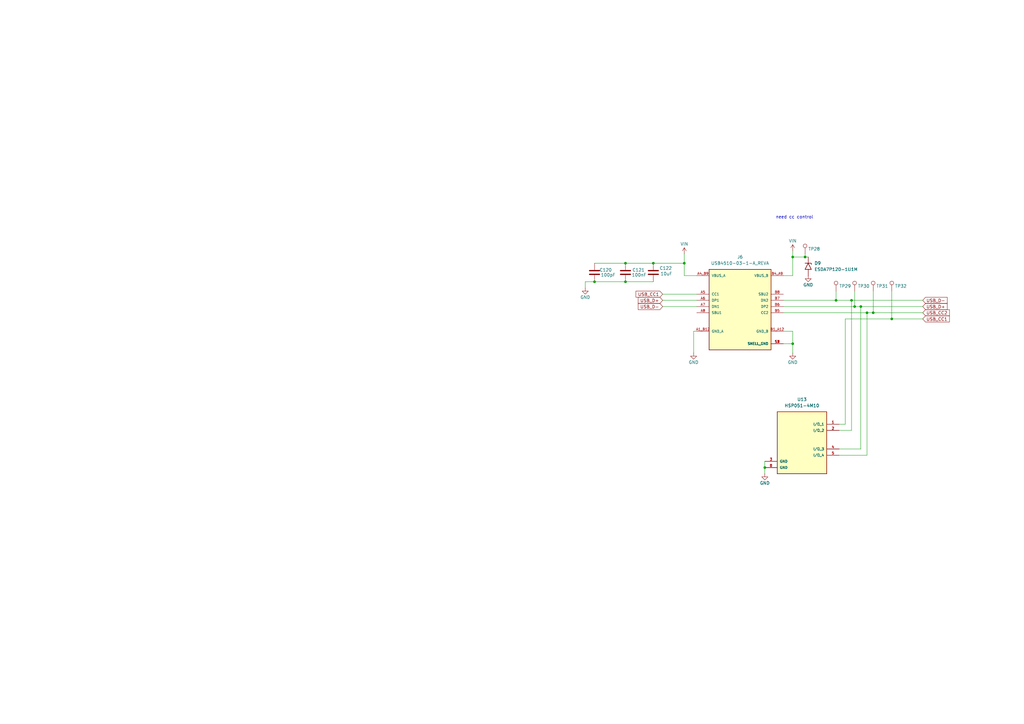
<source format=kicad_sch>
(kicad_sch (version 20250114) (generator "eeschema") (generator_version "9.0")
  (paper "A3")
  (lib_symbols
    (symbol "Connector:TestPoint" (pin_numbers (hide yes)) (pin_names (offset 0.762) (hide yes))
      (property "Reference" "TP" (at 0 6.858 0))
      (property "Value" "TestPoint" (at 0 5.08 0))
      (symbol "TestPoint_0_1"
        (circle (center 0 3.302) (radius 0.762))
      )
      (symbol "TestPoint_1_1"
        (pin passive line (at 0 0 90) (length 2.54) (name "1") (number "1"))
      )
    )
    (symbol "Device:C" (pin_numbers (hide yes)) (pin_names (offset 0.254))
      (property "Reference" "C" (at 0.635 2.54 0))
      (property "Value" "C" (at 0.635 -2.54 0))
      (symbol "C_0_1"
        (polyline (pts (xy -2.032 0.762) (xy 2.032 0.762)) (stroke (width 0.508)))
        (polyline (pts (xy -2.032 -0.762) (xy 2.032 -0.762)) (stroke (width 0.508)))
      )
      (symbol "C_1_1"
        (pin passive line (at 0 3.81 270) (length 2.794) (name "~") (number "1"))
        (pin passive line (at 0 -3.81 90) (length 2.794) (name "~") (number "2"))
      )
    )
    (symbol "Diode:SMAJ5.0A" (pin_numbers (hide yes)) (pin_names (offset 1.016) (hide yes))
      (property "Reference" "D" (at 0 2.54 0))
      (property "Value" "SMAJ5.0A" (at 0 -2.54 0))
      (symbol "SMAJ5.0A_0_1"
        (polyline (pts (xy -0.762 1.27) (xy -1.27 1.27) (xy -1.27 -1.27)) (stroke (width 0.254)))
        (polyline (pts (xy 1.27 1.27) (xy 1.27 -1.27) (xy -1.27 0) (xy 1.27 1.27)) (stroke (width 0.254)))
      )
      (symbol "SMAJ5.0A_1_1"
        (pin passive line (at -3.81 0 0) (length 2.54) (name "A1") (number "1"))
        (pin passive line (at 3.81 0 180) (length 2.54) (name "A2") (number "2"))
      )
    )
    (symbol "HSP051-4M10:HSP051-4M10" (pin_names (offset 1.016))
      (property "Reference" "U4" (at 0 17.78 0))
      (property "Value" "HSP051-4M10" (at 0 15.24 0))
      (symbol "HSP051-4M10_0_0"
        (rectangle (start -10.16 -12.7) (end 10.16 12.7) (stroke (width 0.254)) (fill (type background)))
        (pin passive line (at -15.24 7.62 0) (length 5.08) (name "I/O_1") (number "1"))
        (pin passive line (at -15.24 5.08 0) (length 5.08) (name "I/O_2") (number "2"))
        (pin passive line (at -15.24 -2.54 0) (length 5.08) (name "I/O_3") (number "4"))
        (pin passive line (at -15.24 -5.08 0) (length 5.08) (name "I/O_4") (number "5"))
        (pin power_in line (at 15.24 -7.62 180) (length 5.08) (name "GND") (number "3"))
        (pin power_in line (at 15.24 -10.16 180) (length 5.08) (name "GND") (number "8"))
      )
      (symbol "HSP051-4M10_1_0"
        (pin passive line (at -15.24 7.62 0) (length 5.08) (hide yes) (name "NC") (number "10"))
        (pin passive line (at -15.24 5.08 0) (length 5.08) (hide yes) (name "NC") (number "9"))
        (pin passive line (at -15.24 -2.54 0) (length 5.08) (hide yes) (name "NC") (number "7"))
        (pin passive line (at -15.24 -5.08 0) (length 5.08) (hide yes) (name "NC") (number "6"))
      )
    )
    (symbol "USB4510-03-1-A_REVA:USB4510-03-1-A_REVA" (pin_names (offset 1.016))
      (property "Reference" "J" (at -12.7 16.002 0))
      (property "Value" "USB4510-03-1-A_REVA" (at -12.7 -18.542 0))
      (symbol "USB4510-03-1-A_REVA_0_0"
        (rectangle (start -12.7 -17.78) (end 12.7 15.24) (stroke (width 0.254)) (fill (type background)))
        (pin power_in line (at -17.78 12.7 0) (length 5.08) (name "VBUS_A") (number "A4_B9"))
        (pin bidirectional line (at -17.78 5.08 0) (length 5.08) (name "CC1") (number "A5"))
        (pin bidirectional line (at -17.78 2.54 0) (length 5.08) (name "DP1") (number "A6"))
        (pin bidirectional line (at -17.78 0 0) (length 5.08) (name "DN1") (number "A7"))
        (pin bidirectional line (at -17.78 -2.54 0) (length 5.08) (name "SBU1") (number "A8"))
        (pin power_in line (at -17.78 -10.16 0) (length 5.08) (name "GND_A") (number "A1_B12"))
        (pin power_in line (at 17.78 12.7 180) (length 5.08) (name "VBUS_B") (number "B4_A9"))
        (pin bidirectional line (at 17.78 5.08 180) (length 5.08) (name "SBU2") (number "B8"))
        (pin bidirectional line (at 17.78 2.54 180) (length 5.08) (name "DN2") (number "B7"))
        (pin bidirectional line (at 17.78 0 180) (length 5.08) (name "DP2") (number "B6"))
        (pin bidirectional line (at 17.78 -2.54 180) (length 5.08) (name "CC2") (number "B5"))
        (pin power_in line (at 17.78 -10.16 180) (length 5.08) (name "GND_B") (number "B1_A12"))
        (pin power_in line (at 17.78 -15.24 180) (length 5.08) (name "SHELL_GND") (number "S1"))
        (pin power_in line (at 17.78 -15.24 180) (length 5.08) (name "SHELL_GND") (number "S2"))
        (pin power_in line (at 17.78 -15.24 180) (length 5.08) (name "SHELL_GND") (number "S3"))
        (pin power_in line (at 17.78 -15.24 180) (length 5.08) (name "SHELL_GND") (number "S4"))
      )
    )
    (symbol "power:+5VA" (power) (pin_numbers (hide yes)) (pin_names (offset 0) (hide yes))
      (property "Value" "+5VA" (at 0 3.556 0))
      (symbol "+5VA_0_1"
        (polyline (pts (xy -0.762 1.27) (xy 0 2.54)))
        (polyline (pts (xy 0 2.54) (xy 0.762 1.27)))
        (polyline (pts (xy 0 0) (xy 0 2.54)))
      )
      (symbol "+5VA_1_1"
        (pin power_in line (at 0 0 90) (length 0) (name "~") (number "1"))
      )
    )
    (symbol "power:GND" (power) (pin_numbers (hide yes)) (pin_names (offset 0) (hide yes))
      (property "Value" "GND" (at 0 -3.81 0))
      (symbol "GND_0_1"
        (polyline (pts (xy 0 0) (xy 0 -1.27) (xy 1.27 -1.27) (xy 0 -2.54) (xy -1.27 -1.27) (xy 0 -1.27)))
      )
      (symbol "GND_1_1"
        (pin power_in line (at 0 0 270) (length 0) (name "~") (number "1"))
      )
    )
  )
  (text "need cc control\n" (at 325.882 89.154 0) (effects (font (size 1.27 1.27))))
  (junction (at 342.9 123.19))
  (junction (at 365.76 130.81))
  (junction (at 243.84 115.57))
  (junction (at 280.67 107.95))
  (junction (at 353.06 125.73))
  (junction (at 349.25 123.19))
  (junction (at 256.54 115.57))
  (junction (at 358.14 128.27))
  (junction (at 256.54 107.95))
  (junction (at 355.6 128.27))
  (junction (at 350.52 125.73))
  (junction (at 330.2 105.41))
  (junction (at 325.12 140.97))
  (junction (at 267.97 107.95))
  (junction (at 325.12 105.41))
  (junction (at 313.69 191.77))
  (wire (pts (xy 280.67 113.03) (xy 285.75 113.03)))
  (wire (pts (xy 321.31 128.27) (xy 355.6 128.27)))
  (wire (pts (xy 346.71 173.99) (xy 346.71 130.81)))
  (wire (pts (xy 313.69 189.23) (xy 313.69 191.77)))
  (wire (pts (xy 365.76 130.81) (xy 378.46 130.81)))
  (wire (pts (xy 378.46 123.19) (xy 349.25 123.19)))
  (wire (pts (xy 321.31 140.97) (xy 325.12 140.97)))
  (wire (pts (xy 353.06 125.73) (xy 353.06 184.15)))
  (wire (pts (xy 344.17 184.15) (xy 353.06 184.15)))
  (wire (pts (xy 355.6 128.27) (xy 358.14 128.27)))
  (wire (pts (xy 344.17 176.53) (xy 349.25 176.53)))
  (wire (pts (xy 353.06 125.73) (xy 378.46 125.73)))
  (wire (pts (xy 342.9 123.19) (xy 349.25 123.19)))
  (wire (pts (xy 256.54 107.95) (xy 267.97 107.95)))
  (wire (pts (xy 355.6 128.27) (xy 355.6 186.69)))
  (wire (pts (xy 342.9 119.38) (xy 342.9 123.19)))
  (wire (pts (xy 321.31 113.03) (xy 325.12 113.03)))
  (wire (pts (xy 321.31 123.19) (xy 342.9 123.19)))
  (wire (pts (xy 271.78 125.73) (xy 285.75 125.73)))
  (wire (pts (xy 330.2 104.14) (xy 330.2 105.41)))
  (wire (pts (xy 243.84 115.57) (xy 256.54 115.57)))
  (wire (pts (xy 358.14 119.38) (xy 358.14 128.27)))
  (wire (pts (xy 280.67 104.14) (xy 280.67 107.95)))
  (wire (pts (xy 325.12 144.78) (xy 325.12 140.97)))
  (wire (pts (xy 321.31 135.89) (xy 325.12 135.89)))
  (wire (pts (xy 240.03 115.57) (xy 243.84 115.57)))
  (wire (pts (xy 271.78 120.65) (xy 285.75 120.65)))
  (wire (pts (xy 243.84 107.95) (xy 256.54 107.95)))
  (wire (pts (xy 350.52 119.38) (xy 350.52 125.73)))
  (wire (pts (xy 267.97 107.95) (xy 280.67 107.95)))
  (wire (pts (xy 344.17 173.99) (xy 346.71 173.99)))
  (wire (pts (xy 284.48 135.89) (xy 285.75 135.89)))
  (wire (pts (xy 349.25 123.19) (xy 349.25 176.53)))
  (wire (pts (xy 365.76 119.38) (xy 365.76 130.81)))
  (wire (pts (xy 346.71 130.81) (xy 365.76 130.81)))
  (wire (pts (xy 256.54 115.57) (xy 267.97 115.57)))
  (wire (pts (xy 330.2 105.41) (xy 331.47 105.41)))
  (wire (pts (xy 325.12 105.41) (xy 325.12 113.03)))
  (wire (pts (xy 378.46 128.27) (xy 358.14 128.27)))
  (wire (pts (xy 240.03 118.11) (xy 240.03 115.57)))
  (wire (pts (xy 325.12 105.41) (xy 330.2 105.41)))
  (wire (pts (xy 284.48 135.89) (xy 284.48 144.78)))
  (wire (pts (xy 271.78 123.19) (xy 285.75 123.19)))
  (wire (pts (xy 325.12 102.87) (xy 325.12 105.41)))
  (wire (pts (xy 321.31 125.73) (xy 350.52 125.73)))
  (wire (pts (xy 325.12 140.97) (xy 325.12 135.89)))
  (wire (pts (xy 313.69 191.77) (xy 313.69 194.31)))
  (wire (pts (xy 344.17 186.69) (xy 355.6 186.69)))
  (wire (pts (xy 350.52 125.73) (xy 353.06 125.73)))
  (wire (pts (xy 280.67 107.95) (xy 280.67 113.03)))
  (global_label "USB_D+" (shape input) (at 271.78 123.19 180) (property "Intersheetrefs" "${INTERSHEET_REFS}" (effects (hide yes))))
  (global_label "USB_D+" (shape input) (at 378.46 125.73 0) (property "Intersheetrefs" "${INTERSHEET_REFS}" (effects (hide yes))))
  (global_label "USB_D-" (shape input) (at 378.46 123.19 0) (property "Intersheetrefs" "${INTERSHEET_REFS}" (effects (hide yes))))
  (global_label "USB_CC1" (shape input) (at 378.46 130.81 0) (property "Intersheetrefs" "${INTERSHEET_REFS}" (effects (hide yes))))
  (global_label "USB_CC1" (shape input) (at 271.78 120.65 180) (property "Intersheetrefs" "${INTERSHEET_REFS}" (effects (hide yes))))
  (global_label "USB_CC2" (shape input) (at 378.46 128.27 0) (property "Intersheetrefs" "${INTERSHEET_REFS}" (effects (hide yes))))
  (global_label "USB_D-" (shape input) (at 271.78 125.73 180) (property "Intersheetrefs" "${INTERSHEET_REFS}" (effects (hide yes))))
  (symbol (lib_id "power:GND") (at 331.47 113.03 0) (unit 1)
    (property "Reference" "#PWR0166" (effects (hide yes)))
    (property "Value" "GND" (at 331.47 116.84 0))
    (property "Description" "Power symbol creates a global label with name \"GND\" , ground" (effects (hide yes)))
  )
  (symbol (lib_id "Connector:TestPoint") (at 358.14 119.38 0) (unit 1)
    (property "Reference" "TP31" (at 359.41 117.348 0) (effects (justify left)))
    (property "Value" "TestPoint" (effects (hide yes)))
    (property "Footprint" "lib:TP_0.5" (effects (hide yes)))
    (property "Description" "test point" (effects (hide yes)))
  )
  (symbol (lib_id "USB4510-03-1-A_REVA:USB4510-03-1-A_REVA") (at 303.53 125.73 0) (unit 1)
    (property "Reference" "J6" (at 303.53 105.41 0))
    (property "Value" "USB4510-03-1-A_REVA" (at 303.53 107.95 0))
    (property "Footprint" "lib:GCT_USB4510-03-1-A_REVA" (effects (hide yes)))
    (property "MF" "Global Connector Technology" (effects (hide yes)))
    (property "MAXIMUM_PACKAGE_HEIGHT" "2.46mm" (effects (hide yes)))
    (property "Package" "None" (effects (hide yes)))
    (property "Price" "None" (effects (hide yes)))
    (property "Check_prices" "https://www.snapeda.com/parts/USB4510031A/Global+Connector+Technology/view-part/?ref=eda" (effects (hide yes)))
    (property "STANDARD" "Manufacturer Recommendations" (effects (hide yes)))
    (property "PARTREV" "A" (effects (hide yes)))
    (property "SnapEDA_Link" "https://www.snapeda.com/parts/USB4510031A/Global+Connector+Technology/view-part/?ref=snap" (effects (hide yes)))
    (property "MP" "USB4510031A" (effects (hide yes)))
    (property "Description_1" "USB CONN, 2.0 TYPE C, R/A RCPT, 16POS; USB Connector Type:USB Type C; USB Standard:USB 2.0; Gender:Receptacle; No. of Positions:16Positions; Connector Mounting:Surface Mount, Through Hole Mount; Orientation:Right Angle" (effects (hide yes)))
    (property "Availability" "In Stock" (effects (hide yes)))
    (property "MANUFACTURER" "GCT" (effects (hide yes)))
  )
  (symbol (lib_id "Device:C") (at 267.97 111.76 180) (unit 1)
    (property "Reference" "C122" (at 273.05 109.982 0))
    (property "Value" "10uF" (at 273.304 112.268 0))
    (property "Footprint" "Capacitor_SMD:C_0603_1608Metric" (effects (hide yes)))
    (property "Description" "Unpolarized capacitor" (effects (hide yes)))
    (property "P/N" "GRT188R61A106KE13D" (effects (hide yes)))
    (property "Mouser P/N" "81-GRT188R61A106KE3D" (effects (hide yes)))
  )
  (symbol (lib_id "Connector:TestPoint") (at 342.9 119.38 0) (unit 1)
    (property "Reference" "TP29" (at 344.17 117.348 0) (effects (justify left)))
    (property "Value" "TestPoint" (effects (hide yes)))
    (property "Footprint" "lib:TP_0.5" (effects (hide yes)))
    (property "Description" "test point" (effects (hide yes)))
  )
  (symbol (lib_id "Connector:TestPoint") (at 350.52 119.38 0) (unit 1)
    (property "Reference" "TP30" (at 351.79 117.348 0) (effects (justify left)))
    (property "Value" "TestPoint" (effects (hide yes)))
    (property "Footprint" "lib:TP_0.5" (effects (hide yes)))
    (property "Description" "test point" (effects (hide yes)))
  )
  (symbol (lib_id "Connector:TestPoint") (at 365.76 119.38 0) (unit 1)
    (property "Reference" "TP32" (at 367.03 117.348 0) (effects (justify left)))
    (property "Value" "TestPoint" (effects (hide yes)))
    (property "Footprint" "lib:TP_0.5" (effects (hide yes)))
    (property "Description" "test point" (effects (hide yes)))
  )
  (symbol (lib_id "power:+5VA") (at 325.12 102.87 0) (unit 1)
    (property "Reference" "#PWR02" (effects (hide yes)))
    (property "Value" "VIN" (at 325.12 98.806 0))
    (property "Description" "Power symbol creates a global label with name \"+5VA\"" (effects (hide yes)))
  )
  (symbol (lib_id "Diode:SMAJ5.0A") (at 331.47 109.22 270) (unit 1)
    (property "Reference" "D9" (at 334.01 107.9499 90) (effects (justify left)))
    (property "Value" "ESDA7P120-1U1M" (at 334.01 110.4899 90) (effects (justify left)))
    (property "Footprint" "lib:DIODE_ESDA7P120-1U1M_STM" (effects (hide yes)))
    (property "Datasheet" "https://www.littelfuse.com/media?resourcetype=datasheets&itemid=75e32973-b177-4ee3-a0ff-cedaf1abdb93&filename=smaj-datasheet" (effects (hide yes)))
    (property "Description" "400W unidirectional Transient Voltage Suppressor, 5.0Vr, SMA(DO-214AC)" (effects (hide yes)))
  )
  (symbol (lib_id "power:GND") (at 313.69 194.31 0) (mirror y) (unit 1)
    (property "Reference" "#PWR0163" (effects (hide yes)))
    (property "Value" "GND" (at 313.69 198.12 0))
    (property "Description" "Power symbol creates a global label with name \"GND\" , ground" (effects (hide yes)))
  )
  (symbol (lib_id "power:GND") (at 240.03 118.11 0) (unit 1)
    (property "Reference" "#PWR0160" (effects (hide yes)))
    (property "Value" "GND" (at 240.03 121.92 0))
    (property "Description" "Power symbol creates a global label with name \"GND\" , ground" (effects (hide yes)))
  )
  (symbol (lib_id "Connector:TestPoint") (at 330.2 104.14 0) (unit 1)
    (property "Reference" "TP28" (at 331.47 102.108 0) (effects (justify left)))
    (property "Value" "TestPoint" (effects (hide yes)))
    (property "Footprint" "lib:TP_0.5" (effects (hide yes)))
    (property "Description" "test point" (effects (hide yes)))
  )
  (symbol (lib_id "power:+5VA") (at 280.67 104.14 0) (unit 1)
    (property "Reference" "#PWR01" (effects (hide yes)))
    (property "Value" "VIN" (at 280.67 100.076 0))
    (property "Description" "Power symbol creates a global label with name \"+5VA\"" (effects (hide yes)))
  )
  (symbol (lib_id "Device:C") (at 256.54 111.76 180) (unit 1)
    (property "Reference" "C121" (at 261.874 110.744 0))
    (property "Value" "100nF" (at 262.128 112.776 0))
    (property "Footprint" "lib:C_0402_small" (effects (hide yes)))
    (property "Description" "Unpolarized capacitor" (effects (hide yes)))
    (property "P/N" " GRM155R61E104KA87J" (effects (hide yes)))
    (property "Mouser P/N" "81-GRM155R61E104KA7J" (effects (hide yes)))
  )
  (symbol (lib_id "HSP051-4M10:HSP051-4M10") (at 328.93 181.61 0) (mirror y) (unit 1)
    (property "Reference" "U13" (at 328.93 163.83 0))
    (property "Value" "HSP051-4M10" (at 328.93 166.37 0))
    (property "Footprint" "lib:IC_HSP051-4M10" (effects (hide yes)))
    (property "MF" "STMicroelectronics" (effects (hide yes)))
    (property "MAXIMUM_PACKAGE_HEIGHT" "0.5mm" (effects (hide yes)))
    (property "Package" "UQFN-10 STMicroelectronics" (effects (hide yes)))
    (property "Description_1" "10V Clamp 1A (8/20µs) Ipp Tvs Diode Surface Mount 10-UQFN (2.5x1)" (effects (hide yes)))
    (property "MANUFACTURER" "STMicroelectronics" (effects (hide yes)))
    (property "P/N" " HSP051-4M10" (effects (hide yes)))
    (property "Mouser P/N" "511-HSP051-4M10" (effects (hide yes)))
  )
  (symbol (lib_id "power:GND") (at 325.12 144.78 0) (unit 1)
    (property "Reference" "#PWR0165" (effects (hide yes)))
    (property "Value" "GND" (at 325.12 148.59 0))
    (property "Description" "Power symbol creates a global label with name \"GND\" , ground" (effects (hide yes)))
  )
  (symbol (lib_id "power:GND") (at 284.48 144.78 0) (unit 1)
    (property "Reference" "#PWR0162" (effects (hide yes)))
    (property "Value" "GND" (at 284.48 148.59 0))
    (property "Description" "Power symbol creates a global label with name \"GND\" , ground" (effects (hide yes)))
  )
  (symbol (lib_id "Device:C") (at 243.84 111.76 0) (unit 1)
    (property "Reference" "C120" (at 248.412 110.744 0))
    (property "Value" "100pF" (at 249.428 112.776 0))
    (property "Footprint" "lib:C_0402_small" (effects (hide yes)))
    (property "Description" "Unpolarized capacitor" (effects (hide yes)))
  )
)
</source>
